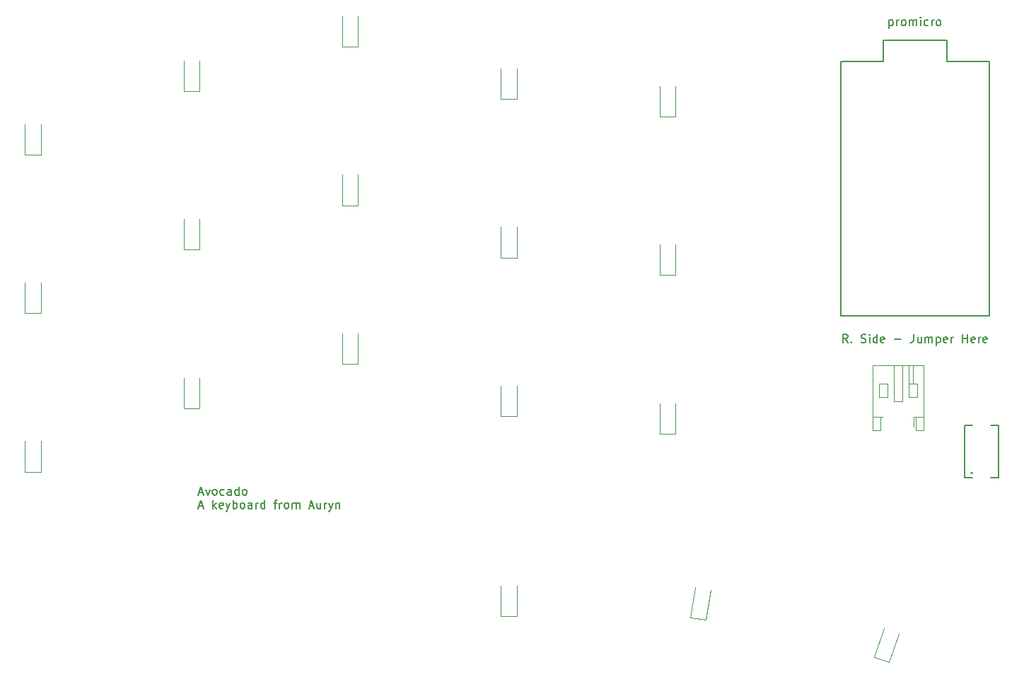
<source format=gbr>
%TF.GenerationSoftware,KiCad,Pcbnew,8.0.3*%
%TF.CreationDate,2024-07-17T09:05:20+02:00*%
%TF.ProjectId,avocado,61766f63-6164-46f2-9e6b-696361645f70,rev?*%
%TF.SameCoordinates,Original*%
%TF.FileFunction,Legend,Top*%
%TF.FilePolarity,Positive*%
%FSLAX46Y46*%
G04 Gerber Fmt 4.6, Leading zero omitted, Abs format (unit mm)*
G04 Created by KiCad (PCBNEW 8.0.3) date 2024-07-17 09:05:20*
%MOMM*%
%LPD*%
G01*
G04 APERTURE LIST*
%ADD10C,0.150000*%
%ADD11C,0.120000*%
%ADD12C,0.200000*%
G04 APERTURE END LIST*
D10*
X39389160Y-82824132D02*
X39865350Y-82824132D01*
X39293922Y-83109847D02*
X39627255Y-82109847D01*
X39627255Y-82109847D02*
X39960588Y-83109847D01*
X40198684Y-82443180D02*
X40436779Y-83109847D01*
X40436779Y-83109847D02*
X40674874Y-82443180D01*
X41198684Y-83109847D02*
X41103446Y-83062228D01*
X41103446Y-83062228D02*
X41055827Y-83014608D01*
X41055827Y-83014608D02*
X41008208Y-82919370D01*
X41008208Y-82919370D02*
X41008208Y-82633656D01*
X41008208Y-82633656D02*
X41055827Y-82538418D01*
X41055827Y-82538418D02*
X41103446Y-82490799D01*
X41103446Y-82490799D02*
X41198684Y-82443180D01*
X41198684Y-82443180D02*
X41341541Y-82443180D01*
X41341541Y-82443180D02*
X41436779Y-82490799D01*
X41436779Y-82490799D02*
X41484398Y-82538418D01*
X41484398Y-82538418D02*
X41532017Y-82633656D01*
X41532017Y-82633656D02*
X41532017Y-82919370D01*
X41532017Y-82919370D02*
X41484398Y-83014608D01*
X41484398Y-83014608D02*
X41436779Y-83062228D01*
X41436779Y-83062228D02*
X41341541Y-83109847D01*
X41341541Y-83109847D02*
X41198684Y-83109847D01*
X42389160Y-83062228D02*
X42293922Y-83109847D01*
X42293922Y-83109847D02*
X42103446Y-83109847D01*
X42103446Y-83109847D02*
X42008208Y-83062228D01*
X42008208Y-83062228D02*
X41960589Y-83014608D01*
X41960589Y-83014608D02*
X41912970Y-82919370D01*
X41912970Y-82919370D02*
X41912970Y-82633656D01*
X41912970Y-82633656D02*
X41960589Y-82538418D01*
X41960589Y-82538418D02*
X42008208Y-82490799D01*
X42008208Y-82490799D02*
X42103446Y-82443180D01*
X42103446Y-82443180D02*
X42293922Y-82443180D01*
X42293922Y-82443180D02*
X42389160Y-82490799D01*
X43246303Y-83109847D02*
X43246303Y-82586037D01*
X43246303Y-82586037D02*
X43198684Y-82490799D01*
X43198684Y-82490799D02*
X43103446Y-82443180D01*
X43103446Y-82443180D02*
X42912970Y-82443180D01*
X42912970Y-82443180D02*
X42817732Y-82490799D01*
X43246303Y-83062228D02*
X43151065Y-83109847D01*
X43151065Y-83109847D02*
X42912970Y-83109847D01*
X42912970Y-83109847D02*
X42817732Y-83062228D01*
X42817732Y-83062228D02*
X42770113Y-82966989D01*
X42770113Y-82966989D02*
X42770113Y-82871751D01*
X42770113Y-82871751D02*
X42817732Y-82776513D01*
X42817732Y-82776513D02*
X42912970Y-82728894D01*
X42912970Y-82728894D02*
X43151065Y-82728894D01*
X43151065Y-82728894D02*
X43246303Y-82681275D01*
X44151065Y-83109847D02*
X44151065Y-82109847D01*
X44151065Y-83062228D02*
X44055827Y-83109847D01*
X44055827Y-83109847D02*
X43865351Y-83109847D01*
X43865351Y-83109847D02*
X43770113Y-83062228D01*
X43770113Y-83062228D02*
X43722494Y-83014608D01*
X43722494Y-83014608D02*
X43674875Y-82919370D01*
X43674875Y-82919370D02*
X43674875Y-82633656D01*
X43674875Y-82633656D02*
X43722494Y-82538418D01*
X43722494Y-82538418D02*
X43770113Y-82490799D01*
X43770113Y-82490799D02*
X43865351Y-82443180D01*
X43865351Y-82443180D02*
X44055827Y-82443180D01*
X44055827Y-82443180D02*
X44151065Y-82490799D01*
X44770113Y-83109847D02*
X44674875Y-83062228D01*
X44674875Y-83062228D02*
X44627256Y-83014608D01*
X44627256Y-83014608D02*
X44579637Y-82919370D01*
X44579637Y-82919370D02*
X44579637Y-82633656D01*
X44579637Y-82633656D02*
X44627256Y-82538418D01*
X44627256Y-82538418D02*
X44674875Y-82490799D01*
X44674875Y-82490799D02*
X44770113Y-82443180D01*
X44770113Y-82443180D02*
X44912970Y-82443180D01*
X44912970Y-82443180D02*
X45008208Y-82490799D01*
X45008208Y-82490799D02*
X45055827Y-82538418D01*
X45055827Y-82538418D02*
X45103446Y-82633656D01*
X45103446Y-82633656D02*
X45103446Y-82919370D01*
X45103446Y-82919370D02*
X45055827Y-83014608D01*
X45055827Y-83014608D02*
X45008208Y-83062228D01*
X45008208Y-83062228D02*
X44912970Y-83109847D01*
X44912970Y-83109847D02*
X44770113Y-83109847D01*
X39389160Y-84434076D02*
X39865350Y-84434076D01*
X39293922Y-84719791D02*
X39627255Y-83719791D01*
X39627255Y-83719791D02*
X39960588Y-84719791D01*
X41055827Y-84719791D02*
X41055827Y-83719791D01*
X41151065Y-84338838D02*
X41436779Y-84719791D01*
X41436779Y-84053124D02*
X41055827Y-84434076D01*
X42246303Y-84672172D02*
X42151065Y-84719791D01*
X42151065Y-84719791D02*
X41960589Y-84719791D01*
X41960589Y-84719791D02*
X41865351Y-84672172D01*
X41865351Y-84672172D02*
X41817732Y-84576933D01*
X41817732Y-84576933D02*
X41817732Y-84195981D01*
X41817732Y-84195981D02*
X41865351Y-84100743D01*
X41865351Y-84100743D02*
X41960589Y-84053124D01*
X41960589Y-84053124D02*
X42151065Y-84053124D01*
X42151065Y-84053124D02*
X42246303Y-84100743D01*
X42246303Y-84100743D02*
X42293922Y-84195981D01*
X42293922Y-84195981D02*
X42293922Y-84291219D01*
X42293922Y-84291219D02*
X41817732Y-84386457D01*
X42627256Y-84053124D02*
X42865351Y-84719791D01*
X43103446Y-84053124D02*
X42865351Y-84719791D01*
X42865351Y-84719791D02*
X42770113Y-84957886D01*
X42770113Y-84957886D02*
X42722494Y-85005505D01*
X42722494Y-85005505D02*
X42627256Y-85053124D01*
X43484399Y-84719791D02*
X43484399Y-83719791D01*
X43484399Y-84100743D02*
X43579637Y-84053124D01*
X43579637Y-84053124D02*
X43770113Y-84053124D01*
X43770113Y-84053124D02*
X43865351Y-84100743D01*
X43865351Y-84100743D02*
X43912970Y-84148362D01*
X43912970Y-84148362D02*
X43960589Y-84243600D01*
X43960589Y-84243600D02*
X43960589Y-84529314D01*
X43960589Y-84529314D02*
X43912970Y-84624552D01*
X43912970Y-84624552D02*
X43865351Y-84672172D01*
X43865351Y-84672172D02*
X43770113Y-84719791D01*
X43770113Y-84719791D02*
X43579637Y-84719791D01*
X43579637Y-84719791D02*
X43484399Y-84672172D01*
X44532018Y-84719791D02*
X44436780Y-84672172D01*
X44436780Y-84672172D02*
X44389161Y-84624552D01*
X44389161Y-84624552D02*
X44341542Y-84529314D01*
X44341542Y-84529314D02*
X44341542Y-84243600D01*
X44341542Y-84243600D02*
X44389161Y-84148362D01*
X44389161Y-84148362D02*
X44436780Y-84100743D01*
X44436780Y-84100743D02*
X44532018Y-84053124D01*
X44532018Y-84053124D02*
X44674875Y-84053124D01*
X44674875Y-84053124D02*
X44770113Y-84100743D01*
X44770113Y-84100743D02*
X44817732Y-84148362D01*
X44817732Y-84148362D02*
X44865351Y-84243600D01*
X44865351Y-84243600D02*
X44865351Y-84529314D01*
X44865351Y-84529314D02*
X44817732Y-84624552D01*
X44817732Y-84624552D02*
X44770113Y-84672172D01*
X44770113Y-84672172D02*
X44674875Y-84719791D01*
X44674875Y-84719791D02*
X44532018Y-84719791D01*
X45722494Y-84719791D02*
X45722494Y-84195981D01*
X45722494Y-84195981D02*
X45674875Y-84100743D01*
X45674875Y-84100743D02*
X45579637Y-84053124D01*
X45579637Y-84053124D02*
X45389161Y-84053124D01*
X45389161Y-84053124D02*
X45293923Y-84100743D01*
X45722494Y-84672172D02*
X45627256Y-84719791D01*
X45627256Y-84719791D02*
X45389161Y-84719791D01*
X45389161Y-84719791D02*
X45293923Y-84672172D01*
X45293923Y-84672172D02*
X45246304Y-84576933D01*
X45246304Y-84576933D02*
X45246304Y-84481695D01*
X45246304Y-84481695D02*
X45293923Y-84386457D01*
X45293923Y-84386457D02*
X45389161Y-84338838D01*
X45389161Y-84338838D02*
X45627256Y-84338838D01*
X45627256Y-84338838D02*
X45722494Y-84291219D01*
X46198685Y-84719791D02*
X46198685Y-84053124D01*
X46198685Y-84243600D02*
X46246304Y-84148362D01*
X46246304Y-84148362D02*
X46293923Y-84100743D01*
X46293923Y-84100743D02*
X46389161Y-84053124D01*
X46389161Y-84053124D02*
X46484399Y-84053124D01*
X47246304Y-84719791D02*
X47246304Y-83719791D01*
X47246304Y-84672172D02*
X47151066Y-84719791D01*
X47151066Y-84719791D02*
X46960590Y-84719791D01*
X46960590Y-84719791D02*
X46865352Y-84672172D01*
X46865352Y-84672172D02*
X46817733Y-84624552D01*
X46817733Y-84624552D02*
X46770114Y-84529314D01*
X46770114Y-84529314D02*
X46770114Y-84243600D01*
X46770114Y-84243600D02*
X46817733Y-84148362D01*
X46817733Y-84148362D02*
X46865352Y-84100743D01*
X46865352Y-84100743D02*
X46960590Y-84053124D01*
X46960590Y-84053124D02*
X47151066Y-84053124D01*
X47151066Y-84053124D02*
X47246304Y-84100743D01*
X48341543Y-84053124D02*
X48722495Y-84053124D01*
X48484400Y-84719791D02*
X48484400Y-83862648D01*
X48484400Y-83862648D02*
X48532019Y-83767410D01*
X48532019Y-83767410D02*
X48627257Y-83719791D01*
X48627257Y-83719791D02*
X48722495Y-83719791D01*
X49055829Y-84719791D02*
X49055829Y-84053124D01*
X49055829Y-84243600D02*
X49103448Y-84148362D01*
X49103448Y-84148362D02*
X49151067Y-84100743D01*
X49151067Y-84100743D02*
X49246305Y-84053124D01*
X49246305Y-84053124D02*
X49341543Y-84053124D01*
X49817734Y-84719791D02*
X49722496Y-84672172D01*
X49722496Y-84672172D02*
X49674877Y-84624552D01*
X49674877Y-84624552D02*
X49627258Y-84529314D01*
X49627258Y-84529314D02*
X49627258Y-84243600D01*
X49627258Y-84243600D02*
X49674877Y-84148362D01*
X49674877Y-84148362D02*
X49722496Y-84100743D01*
X49722496Y-84100743D02*
X49817734Y-84053124D01*
X49817734Y-84053124D02*
X49960591Y-84053124D01*
X49960591Y-84053124D02*
X50055829Y-84100743D01*
X50055829Y-84100743D02*
X50103448Y-84148362D01*
X50103448Y-84148362D02*
X50151067Y-84243600D01*
X50151067Y-84243600D02*
X50151067Y-84529314D01*
X50151067Y-84529314D02*
X50103448Y-84624552D01*
X50103448Y-84624552D02*
X50055829Y-84672172D01*
X50055829Y-84672172D02*
X49960591Y-84719791D01*
X49960591Y-84719791D02*
X49817734Y-84719791D01*
X50579639Y-84719791D02*
X50579639Y-84053124D01*
X50579639Y-84148362D02*
X50627258Y-84100743D01*
X50627258Y-84100743D02*
X50722496Y-84053124D01*
X50722496Y-84053124D02*
X50865353Y-84053124D01*
X50865353Y-84053124D02*
X50960591Y-84100743D01*
X50960591Y-84100743D02*
X51008210Y-84195981D01*
X51008210Y-84195981D02*
X51008210Y-84719791D01*
X51008210Y-84195981D02*
X51055829Y-84100743D01*
X51055829Y-84100743D02*
X51151067Y-84053124D01*
X51151067Y-84053124D02*
X51293924Y-84053124D01*
X51293924Y-84053124D02*
X51389163Y-84100743D01*
X51389163Y-84100743D02*
X51436782Y-84195981D01*
X51436782Y-84195981D02*
X51436782Y-84719791D01*
X52627258Y-84434076D02*
X53103448Y-84434076D01*
X52532020Y-84719791D02*
X52865353Y-83719791D01*
X52865353Y-83719791D02*
X53198686Y-84719791D01*
X53960591Y-84053124D02*
X53960591Y-84719791D01*
X53532020Y-84053124D02*
X53532020Y-84576933D01*
X53532020Y-84576933D02*
X53579639Y-84672172D01*
X53579639Y-84672172D02*
X53674877Y-84719791D01*
X53674877Y-84719791D02*
X53817734Y-84719791D01*
X53817734Y-84719791D02*
X53912972Y-84672172D01*
X53912972Y-84672172D02*
X53960591Y-84624552D01*
X54436782Y-84719791D02*
X54436782Y-84053124D01*
X54436782Y-84243600D02*
X54484401Y-84148362D01*
X54484401Y-84148362D02*
X54532020Y-84100743D01*
X54532020Y-84100743D02*
X54627258Y-84053124D01*
X54627258Y-84053124D02*
X54722496Y-84053124D01*
X54960592Y-84053124D02*
X55198687Y-84719791D01*
X55436782Y-84053124D02*
X55198687Y-84719791D01*
X55198687Y-84719791D02*
X55103449Y-84957886D01*
X55103449Y-84957886D02*
X55055830Y-85005505D01*
X55055830Y-85005505D02*
X54960592Y-85053124D01*
X55817735Y-84053124D02*
X55817735Y-84719791D01*
X55817735Y-84148362D02*
X55865354Y-84100743D01*
X55865354Y-84100743D02*
X55960592Y-84053124D01*
X55960592Y-84053124D02*
X56103449Y-84053124D01*
X56103449Y-84053124D02*
X56198687Y-84100743D01*
X56198687Y-84100743D02*
X56246306Y-84195981D01*
X56246306Y-84195981D02*
X56246306Y-84719791D01*
X117052380Y-64854819D02*
X116719047Y-64378628D01*
X116480952Y-64854819D02*
X116480952Y-63854819D01*
X116480952Y-63854819D02*
X116861904Y-63854819D01*
X116861904Y-63854819D02*
X116957142Y-63902438D01*
X116957142Y-63902438D02*
X117004761Y-63950057D01*
X117004761Y-63950057D02*
X117052380Y-64045295D01*
X117052380Y-64045295D02*
X117052380Y-64188152D01*
X117052380Y-64188152D02*
X117004761Y-64283390D01*
X117004761Y-64283390D02*
X116957142Y-64331009D01*
X116957142Y-64331009D02*
X116861904Y-64378628D01*
X116861904Y-64378628D02*
X116480952Y-64378628D01*
X117480952Y-64759580D02*
X117528571Y-64807200D01*
X117528571Y-64807200D02*
X117480952Y-64854819D01*
X117480952Y-64854819D02*
X117433333Y-64807200D01*
X117433333Y-64807200D02*
X117480952Y-64759580D01*
X117480952Y-64759580D02*
X117480952Y-64854819D01*
X118671428Y-64807200D02*
X118814285Y-64854819D01*
X118814285Y-64854819D02*
X119052380Y-64854819D01*
X119052380Y-64854819D02*
X119147618Y-64807200D01*
X119147618Y-64807200D02*
X119195237Y-64759580D01*
X119195237Y-64759580D02*
X119242856Y-64664342D01*
X119242856Y-64664342D02*
X119242856Y-64569104D01*
X119242856Y-64569104D02*
X119195237Y-64473866D01*
X119195237Y-64473866D02*
X119147618Y-64426247D01*
X119147618Y-64426247D02*
X119052380Y-64378628D01*
X119052380Y-64378628D02*
X118861904Y-64331009D01*
X118861904Y-64331009D02*
X118766666Y-64283390D01*
X118766666Y-64283390D02*
X118719047Y-64235771D01*
X118719047Y-64235771D02*
X118671428Y-64140533D01*
X118671428Y-64140533D02*
X118671428Y-64045295D01*
X118671428Y-64045295D02*
X118719047Y-63950057D01*
X118719047Y-63950057D02*
X118766666Y-63902438D01*
X118766666Y-63902438D02*
X118861904Y-63854819D01*
X118861904Y-63854819D02*
X119099999Y-63854819D01*
X119099999Y-63854819D02*
X119242856Y-63902438D01*
X119671428Y-64854819D02*
X119671428Y-64188152D01*
X119671428Y-63854819D02*
X119623809Y-63902438D01*
X119623809Y-63902438D02*
X119671428Y-63950057D01*
X119671428Y-63950057D02*
X119719047Y-63902438D01*
X119719047Y-63902438D02*
X119671428Y-63854819D01*
X119671428Y-63854819D02*
X119671428Y-63950057D01*
X120576189Y-64854819D02*
X120576189Y-63854819D01*
X120576189Y-64807200D02*
X120480951Y-64854819D01*
X120480951Y-64854819D02*
X120290475Y-64854819D01*
X120290475Y-64854819D02*
X120195237Y-64807200D01*
X120195237Y-64807200D02*
X120147618Y-64759580D01*
X120147618Y-64759580D02*
X120099999Y-64664342D01*
X120099999Y-64664342D02*
X120099999Y-64378628D01*
X120099999Y-64378628D02*
X120147618Y-64283390D01*
X120147618Y-64283390D02*
X120195237Y-64235771D01*
X120195237Y-64235771D02*
X120290475Y-64188152D01*
X120290475Y-64188152D02*
X120480951Y-64188152D01*
X120480951Y-64188152D02*
X120576189Y-64235771D01*
X121433332Y-64807200D02*
X121338094Y-64854819D01*
X121338094Y-64854819D02*
X121147618Y-64854819D01*
X121147618Y-64854819D02*
X121052380Y-64807200D01*
X121052380Y-64807200D02*
X121004761Y-64711961D01*
X121004761Y-64711961D02*
X121004761Y-64331009D01*
X121004761Y-64331009D02*
X121052380Y-64235771D01*
X121052380Y-64235771D02*
X121147618Y-64188152D01*
X121147618Y-64188152D02*
X121338094Y-64188152D01*
X121338094Y-64188152D02*
X121433332Y-64235771D01*
X121433332Y-64235771D02*
X121480951Y-64331009D01*
X121480951Y-64331009D02*
X121480951Y-64426247D01*
X121480951Y-64426247D02*
X121004761Y-64521485D01*
X122671428Y-64473866D02*
X123433333Y-64473866D01*
X124957142Y-63854819D02*
X124957142Y-64569104D01*
X124957142Y-64569104D02*
X124909523Y-64711961D01*
X124909523Y-64711961D02*
X124814285Y-64807200D01*
X124814285Y-64807200D02*
X124671428Y-64854819D01*
X124671428Y-64854819D02*
X124576190Y-64854819D01*
X125861904Y-64188152D02*
X125861904Y-64854819D01*
X125433333Y-64188152D02*
X125433333Y-64711961D01*
X125433333Y-64711961D02*
X125480952Y-64807200D01*
X125480952Y-64807200D02*
X125576190Y-64854819D01*
X125576190Y-64854819D02*
X125719047Y-64854819D01*
X125719047Y-64854819D02*
X125814285Y-64807200D01*
X125814285Y-64807200D02*
X125861904Y-64759580D01*
X126338095Y-64854819D02*
X126338095Y-64188152D01*
X126338095Y-64283390D02*
X126385714Y-64235771D01*
X126385714Y-64235771D02*
X126480952Y-64188152D01*
X126480952Y-64188152D02*
X126623809Y-64188152D01*
X126623809Y-64188152D02*
X126719047Y-64235771D01*
X126719047Y-64235771D02*
X126766666Y-64331009D01*
X126766666Y-64331009D02*
X126766666Y-64854819D01*
X126766666Y-64331009D02*
X126814285Y-64235771D01*
X126814285Y-64235771D02*
X126909523Y-64188152D01*
X126909523Y-64188152D02*
X127052380Y-64188152D01*
X127052380Y-64188152D02*
X127147619Y-64235771D01*
X127147619Y-64235771D02*
X127195238Y-64331009D01*
X127195238Y-64331009D02*
X127195238Y-64854819D01*
X127671428Y-64188152D02*
X127671428Y-65188152D01*
X127671428Y-64235771D02*
X127766666Y-64188152D01*
X127766666Y-64188152D02*
X127957142Y-64188152D01*
X127957142Y-64188152D02*
X128052380Y-64235771D01*
X128052380Y-64235771D02*
X128099999Y-64283390D01*
X128099999Y-64283390D02*
X128147618Y-64378628D01*
X128147618Y-64378628D02*
X128147618Y-64664342D01*
X128147618Y-64664342D02*
X128099999Y-64759580D01*
X128099999Y-64759580D02*
X128052380Y-64807200D01*
X128052380Y-64807200D02*
X127957142Y-64854819D01*
X127957142Y-64854819D02*
X127766666Y-64854819D01*
X127766666Y-64854819D02*
X127671428Y-64807200D01*
X128957142Y-64807200D02*
X128861904Y-64854819D01*
X128861904Y-64854819D02*
X128671428Y-64854819D01*
X128671428Y-64854819D02*
X128576190Y-64807200D01*
X128576190Y-64807200D02*
X128528571Y-64711961D01*
X128528571Y-64711961D02*
X128528571Y-64331009D01*
X128528571Y-64331009D02*
X128576190Y-64235771D01*
X128576190Y-64235771D02*
X128671428Y-64188152D01*
X128671428Y-64188152D02*
X128861904Y-64188152D01*
X128861904Y-64188152D02*
X128957142Y-64235771D01*
X128957142Y-64235771D02*
X129004761Y-64331009D01*
X129004761Y-64331009D02*
X129004761Y-64426247D01*
X129004761Y-64426247D02*
X128528571Y-64521485D01*
X129433333Y-64854819D02*
X129433333Y-64188152D01*
X129433333Y-64378628D02*
X129480952Y-64283390D01*
X129480952Y-64283390D02*
X129528571Y-64235771D01*
X129528571Y-64235771D02*
X129623809Y-64188152D01*
X129623809Y-64188152D02*
X129719047Y-64188152D01*
X130814286Y-64854819D02*
X130814286Y-63854819D01*
X130814286Y-64331009D02*
X131385714Y-64331009D01*
X131385714Y-64854819D02*
X131385714Y-63854819D01*
X132242857Y-64807200D02*
X132147619Y-64854819D01*
X132147619Y-64854819D02*
X131957143Y-64854819D01*
X131957143Y-64854819D02*
X131861905Y-64807200D01*
X131861905Y-64807200D02*
X131814286Y-64711961D01*
X131814286Y-64711961D02*
X131814286Y-64331009D01*
X131814286Y-64331009D02*
X131861905Y-64235771D01*
X131861905Y-64235771D02*
X131957143Y-64188152D01*
X131957143Y-64188152D02*
X132147619Y-64188152D01*
X132147619Y-64188152D02*
X132242857Y-64235771D01*
X132242857Y-64235771D02*
X132290476Y-64331009D01*
X132290476Y-64331009D02*
X132290476Y-64426247D01*
X132290476Y-64426247D02*
X131814286Y-64521485D01*
X132719048Y-64854819D02*
X132719048Y-64188152D01*
X132719048Y-64378628D02*
X132766667Y-64283390D01*
X132766667Y-64283390D02*
X132814286Y-64235771D01*
X132814286Y-64235771D02*
X132909524Y-64188152D01*
X132909524Y-64188152D02*
X133004762Y-64188152D01*
X133719048Y-64807200D02*
X133623810Y-64854819D01*
X133623810Y-64854819D02*
X133433334Y-64854819D01*
X133433334Y-64854819D02*
X133338096Y-64807200D01*
X133338096Y-64807200D02*
X133290477Y-64711961D01*
X133290477Y-64711961D02*
X133290477Y-64331009D01*
X133290477Y-64331009D02*
X133338096Y-64235771D01*
X133338096Y-64235771D02*
X133433334Y-64188152D01*
X133433334Y-64188152D02*
X133623810Y-64188152D01*
X133623810Y-64188152D02*
X133719048Y-64235771D01*
X133719048Y-64235771D02*
X133766667Y-64331009D01*
X133766667Y-64331009D02*
X133766667Y-64426247D01*
X133766667Y-64426247D02*
X133290477Y-64521485D01*
X122028571Y-26188152D02*
X122028571Y-27188152D01*
X122028571Y-26235771D02*
X122123809Y-26188152D01*
X122123809Y-26188152D02*
X122314285Y-26188152D01*
X122314285Y-26188152D02*
X122409523Y-26235771D01*
X122409523Y-26235771D02*
X122457142Y-26283390D01*
X122457142Y-26283390D02*
X122504761Y-26378628D01*
X122504761Y-26378628D02*
X122504761Y-26664342D01*
X122504761Y-26664342D02*
X122457142Y-26759580D01*
X122457142Y-26759580D02*
X122409523Y-26807200D01*
X122409523Y-26807200D02*
X122314285Y-26854819D01*
X122314285Y-26854819D02*
X122123809Y-26854819D01*
X122123809Y-26854819D02*
X122028571Y-26807200D01*
X122933333Y-26854819D02*
X122933333Y-26188152D01*
X122933333Y-26378628D02*
X122980952Y-26283390D01*
X122980952Y-26283390D02*
X123028571Y-26235771D01*
X123028571Y-26235771D02*
X123123809Y-26188152D01*
X123123809Y-26188152D02*
X123219047Y-26188152D01*
X123695238Y-26854819D02*
X123600000Y-26807200D01*
X123600000Y-26807200D02*
X123552381Y-26759580D01*
X123552381Y-26759580D02*
X123504762Y-26664342D01*
X123504762Y-26664342D02*
X123504762Y-26378628D01*
X123504762Y-26378628D02*
X123552381Y-26283390D01*
X123552381Y-26283390D02*
X123600000Y-26235771D01*
X123600000Y-26235771D02*
X123695238Y-26188152D01*
X123695238Y-26188152D02*
X123838095Y-26188152D01*
X123838095Y-26188152D02*
X123933333Y-26235771D01*
X123933333Y-26235771D02*
X123980952Y-26283390D01*
X123980952Y-26283390D02*
X124028571Y-26378628D01*
X124028571Y-26378628D02*
X124028571Y-26664342D01*
X124028571Y-26664342D02*
X123980952Y-26759580D01*
X123980952Y-26759580D02*
X123933333Y-26807200D01*
X123933333Y-26807200D02*
X123838095Y-26854819D01*
X123838095Y-26854819D02*
X123695238Y-26854819D01*
X124457143Y-26854819D02*
X124457143Y-26188152D01*
X124457143Y-26283390D02*
X124504762Y-26235771D01*
X124504762Y-26235771D02*
X124600000Y-26188152D01*
X124600000Y-26188152D02*
X124742857Y-26188152D01*
X124742857Y-26188152D02*
X124838095Y-26235771D01*
X124838095Y-26235771D02*
X124885714Y-26331009D01*
X124885714Y-26331009D02*
X124885714Y-26854819D01*
X124885714Y-26331009D02*
X124933333Y-26235771D01*
X124933333Y-26235771D02*
X125028571Y-26188152D01*
X125028571Y-26188152D02*
X125171428Y-26188152D01*
X125171428Y-26188152D02*
X125266667Y-26235771D01*
X125266667Y-26235771D02*
X125314286Y-26331009D01*
X125314286Y-26331009D02*
X125314286Y-26854819D01*
X125790476Y-26854819D02*
X125790476Y-26188152D01*
X125790476Y-25854819D02*
X125742857Y-25902438D01*
X125742857Y-25902438D02*
X125790476Y-25950057D01*
X125790476Y-25950057D02*
X125838095Y-25902438D01*
X125838095Y-25902438D02*
X125790476Y-25854819D01*
X125790476Y-25854819D02*
X125790476Y-25950057D01*
X126695237Y-26807200D02*
X126599999Y-26854819D01*
X126599999Y-26854819D02*
X126409523Y-26854819D01*
X126409523Y-26854819D02*
X126314285Y-26807200D01*
X126314285Y-26807200D02*
X126266666Y-26759580D01*
X126266666Y-26759580D02*
X126219047Y-26664342D01*
X126219047Y-26664342D02*
X126219047Y-26378628D01*
X126219047Y-26378628D02*
X126266666Y-26283390D01*
X126266666Y-26283390D02*
X126314285Y-26235771D01*
X126314285Y-26235771D02*
X126409523Y-26188152D01*
X126409523Y-26188152D02*
X126599999Y-26188152D01*
X126599999Y-26188152D02*
X126695237Y-26235771D01*
X127123809Y-26854819D02*
X127123809Y-26188152D01*
X127123809Y-26378628D02*
X127171428Y-26283390D01*
X127171428Y-26283390D02*
X127219047Y-26235771D01*
X127219047Y-26235771D02*
X127314285Y-26188152D01*
X127314285Y-26188152D02*
X127409523Y-26188152D01*
X127885714Y-26854819D02*
X127790476Y-26807200D01*
X127790476Y-26807200D02*
X127742857Y-26759580D01*
X127742857Y-26759580D02*
X127695238Y-26664342D01*
X127695238Y-26664342D02*
X127695238Y-26378628D01*
X127695238Y-26378628D02*
X127742857Y-26283390D01*
X127742857Y-26283390D02*
X127790476Y-26235771D01*
X127790476Y-26235771D02*
X127885714Y-26188152D01*
X127885714Y-26188152D02*
X128028571Y-26188152D01*
X128028571Y-26188152D02*
X128123809Y-26235771D01*
X128123809Y-26235771D02*
X128171428Y-26283390D01*
X128171428Y-26283390D02*
X128219047Y-26378628D01*
X128219047Y-26378628D02*
X128219047Y-26664342D01*
X128219047Y-26664342D02*
X128171428Y-26759580D01*
X128171428Y-26759580D02*
X128123809Y-26807200D01*
X128123809Y-26807200D02*
X128028571Y-26854819D01*
X128028571Y-26854819D02*
X127885714Y-26854819D01*
D11*
%TO.C,D1*%
X18550000Y-80320000D02*
X20450000Y-80320000D01*
X18550000Y-80320000D02*
X18550000Y-76660000D01*
X20450000Y-80320000D02*
X20450000Y-76660000D01*
%TO.C,D2*%
X18550000Y-61320000D02*
X20450000Y-61320000D01*
X18550000Y-61320000D02*
X18550000Y-57660000D01*
X20450000Y-61320000D02*
X20450000Y-57660000D01*
%TO.C,D3*%
X18550000Y-42320000D02*
X20450000Y-42320000D01*
X18550000Y-42320000D02*
X18550000Y-38660000D01*
X20450000Y-42320000D02*
X20450000Y-38660000D01*
%TO.C,D4*%
X37550000Y-72720000D02*
X39450000Y-72720000D01*
X37550000Y-72720000D02*
X37550000Y-69060000D01*
X39450000Y-72720000D02*
X39450000Y-69060000D01*
%TO.C,D5*%
X37550000Y-53720000D02*
X39450000Y-53720000D01*
X37550000Y-53720000D02*
X37550000Y-50060000D01*
X39450000Y-53720000D02*
X39450000Y-50060000D01*
%TO.C,D6*%
X37550000Y-34720000D02*
X39450000Y-34720000D01*
X37550000Y-34720000D02*
X37550000Y-31060000D01*
X39450000Y-34720000D02*
X39450000Y-31060000D01*
%TO.C,D7*%
X56550000Y-67400000D02*
X58450000Y-67400000D01*
X56550000Y-67400000D02*
X56550000Y-63740000D01*
X58450000Y-67400000D02*
X58450000Y-63740000D01*
%TO.C,D8*%
X56550000Y-48400000D02*
X58450000Y-48400000D01*
X56550000Y-48400000D02*
X56550000Y-44740000D01*
X58450000Y-48400000D02*
X58450000Y-44740000D01*
%TO.C,D9*%
X56550000Y-29400000D02*
X58450000Y-29400000D01*
X56550000Y-29400000D02*
X56550000Y-25740000D01*
X58450000Y-29400000D02*
X58450000Y-25740000D01*
%TO.C,D10*%
X75550000Y-73670000D02*
X77450000Y-73670000D01*
X75550000Y-73670000D02*
X75550000Y-70010000D01*
X77450000Y-73670000D02*
X77450000Y-70010000D01*
%TO.C,D11*%
X75550000Y-54670000D02*
X77450000Y-54670000D01*
X75550000Y-54670000D02*
X75550000Y-51010000D01*
X77450000Y-54670000D02*
X77450000Y-51010000D01*
%TO.C,D12*%
X75550000Y-35670000D02*
X77450000Y-35670000D01*
X75550000Y-35670000D02*
X75550000Y-32010000D01*
X77450000Y-35670000D02*
X77450000Y-32010000D01*
%TO.C,D13*%
X94550000Y-75760000D02*
X96450000Y-75760000D01*
X94550000Y-75760000D02*
X94550000Y-72100000D01*
X96450000Y-75760000D02*
X96450000Y-72100000D01*
%TO.C,D14*%
X94550000Y-56760000D02*
X96450000Y-56760000D01*
X94550000Y-56760000D02*
X94550000Y-53100000D01*
X96450000Y-56760000D02*
X96450000Y-53100000D01*
%TO.C,D15*%
X94550000Y-37760000D02*
X96450000Y-37760000D01*
X94550000Y-37760000D02*
X94550000Y-34100000D01*
X96450000Y-37760000D02*
X96450000Y-34100000D01*
%TO.C,D16*%
X75550000Y-97610000D02*
X77450000Y-97610000D01*
X75550000Y-97610000D02*
X75550000Y-93950000D01*
X77450000Y-97610000D02*
X77450000Y-93950000D01*
%TO.C,D17*%
X98170273Y-97752944D02*
X100044216Y-98066535D01*
X98170273Y-97752944D02*
X98774347Y-94143139D01*
X100044216Y-98066535D02*
X100648290Y-94456729D01*
%TO.C,D18*%
X120224358Y-102542316D02*
X122020844Y-103160896D01*
X120224358Y-102542316D02*
X121415938Y-99081718D01*
X122020844Y-103160896D02*
X123212423Y-99700298D01*
D10*
%TO.C,*%
X133990000Y-31160000D02*
X133990000Y-61640000D01*
X133990000Y-31160000D02*
X128910000Y-31160000D01*
X128910000Y-31160000D02*
X128910000Y-28620000D01*
X128910000Y-28620000D02*
X121290000Y-28620000D01*
X121290000Y-28620000D02*
X121290000Y-31160000D01*
X121290000Y-31160000D02*
X116210000Y-31160000D01*
X116210000Y-31160000D02*
X116210000Y-61640000D01*
X116210000Y-61640000D02*
X133990000Y-61640000D01*
D11*
%TO.C,_2*%
X126160000Y-75360000D02*
X126160000Y-67540000D01*
X126160000Y-73760000D02*
X125240000Y-73760000D01*
X126160000Y-67540000D02*
X120040000Y-67540000D01*
X125400000Y-71400000D02*
X125400000Y-69800000D01*
X125400000Y-69800000D02*
X124400000Y-69800000D01*
X125240000Y-75360000D02*
X126160000Y-75360000D01*
X125240000Y-73760000D02*
X125240000Y-75360000D01*
X124960000Y-73760000D02*
X125240000Y-73760000D01*
X124960000Y-73760000D02*
X124960000Y-74975000D01*
X124900000Y-69800000D02*
X124900000Y-67540000D01*
X124400000Y-71400000D02*
X125400000Y-71400000D01*
X124400000Y-69800000D02*
X124400000Y-71400000D01*
X124400000Y-69800000D02*
X124400000Y-67540000D01*
X123600000Y-71900000D02*
X122600000Y-71900000D01*
X123600000Y-67540000D02*
X123600000Y-71900000D01*
X122600000Y-71900000D02*
X122600000Y-67540000D01*
X121800000Y-71400000D02*
X120800000Y-71400000D01*
X121800000Y-69800000D02*
X121800000Y-71400000D01*
X120960000Y-75360000D02*
X120960000Y-73760000D01*
X120960000Y-73760000D02*
X121240000Y-73760000D01*
X120800000Y-71400000D02*
X120800000Y-69800000D01*
X120800000Y-69800000D02*
X121800000Y-69800000D01*
X120040000Y-75360000D02*
X120960000Y-75360000D01*
X120040000Y-73760000D02*
X120960000Y-73760000D01*
X120040000Y-67540000D02*
X120040000Y-75360000D01*
D12*
%TO.C,S19*%
X132000000Y-81000000D02*
X131050000Y-81000000D01*
X131050000Y-81000000D02*
X131050000Y-74800000D01*
X131050000Y-74800000D02*
X132000000Y-74800000D01*
X134200000Y-81000000D02*
X135150000Y-81000000D01*
X135150000Y-81000000D02*
X135150000Y-74800000D01*
X135150000Y-74800000D02*
X134200000Y-74800000D01*
X132000000Y-80500000D02*
G75*
G02*
X131800000Y-80500000I-100000J0D01*
G01*
X131800000Y-80500000D02*
G75*
G02*
X132000000Y-80500000I100000J0D01*
G01*
%TD*%
M02*

</source>
